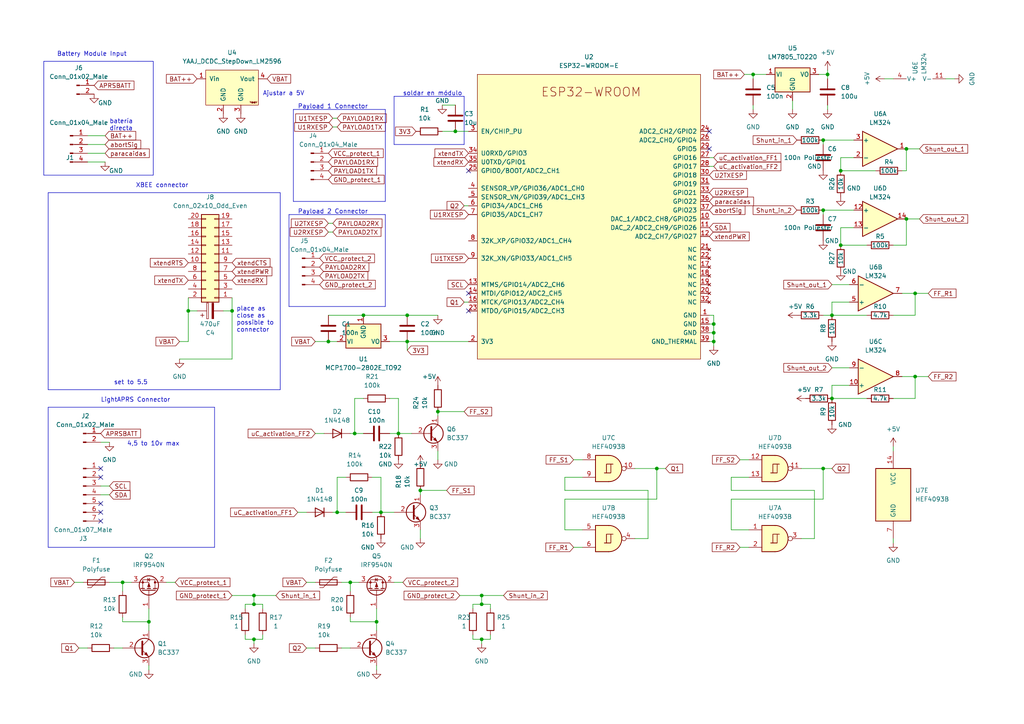
<source format=kicad_sch>
(kicad_sch (version 20230121) (generator eeschema)
  (paper "A4")
  (junction (at 127 119.38))
  (junction (at 110.49 148.59))
  (junction (at 240.03 21.59))
  (junction (at 139.7 185.42))
  (junction (at 73.66 175.26))
  (junction (at 132.08 38.1))
  (junction (at 115.57 125.73))
  (junction (at 73.66 185.42))
  (junction (at 207.01 93.98))
  (junction (at 118.11 99.06))
  (junction (at 265.43 109.22))
  (junction (at 241.3 91.44))
  (junction (at 101.6 168.91))
  (junction (at 243.84 71.12))
  (junction (at 238.76 60.96))
  (junction (at 95.25 99.06))
  (junction (at 243.84 49.53))
  (junction (at 139.7 172.72))
  (junction (at 265.43 85.09))
  (junction (at 218.44 21.59))
  (junction (at 238.76 40.64))
  (junction (at 262.89 63.5))
  (junction (at 97.79 148.59))
  (junction (at 241.3 115.57))
  (junction (at 105.41 91.44))
  (junction (at 121.92 142.24))
  (junction (at 190.5 135.89))
  (junction (at 238.76 135.89))
  (junction (at 102.87 125.73))
  (junction (at 139.7 175.26))
  (junction (at 118.11 91.44))
  (junction (at 207.01 96.52))
  (junction (at 35.56 168.91))
  (junction (at 67.31 90.17))
  (junction (at 73.66 172.72))
  (junction (at 262.89 43.18))
  (junction (at 54.61 90.17))
  (junction (at 109.22 180.34))
  (junction (at 207.01 99.06))
  (junction (at 43.18 180.34))
  (no_connect (at 29.21 138.43))
  (no_connect (at 29.21 151.13))
  (no_connect (at 29.21 148.59))
  (no_connect (at 29.21 146.05))
  (no_connect (at 135.89 49.53))
  (no_connect (at 135.89 85.09))
  (no_connect (at 135.89 90.17))
  (no_connect (at 205.74 38.1))
  (no_connect (at 205.74 43.18))
  (no_connect (at 29.21 135.89))
  (wire (pts (xy 215.9 21.59) (xy 218.44 21.59)))
  (polyline (pts (xy 62.23 158.75) (xy 62.23 118.11)))
  (wire (pts (xy 163.83 138.43) (xy 168.91 138.43)))
  (wire (pts (xy 262.89 43.18) (xy 262.89 49.53)))
  (wire (pts (xy 274.32 22.86) (xy 276.86 22.86)))
  (wire (pts (xy 212.09 142.24) (xy 212.09 138.43)))
  (wire (pts (xy 71.12 175.26) (xy 73.66 175.26)))
  (wire (pts (xy 76.2 176.53) (xy 76.2 175.26)))
  (wire (pts (xy 139.7 175.26) (xy 142.24 175.26)))
  (wire (pts (xy 207.01 99.06) (xy 207.01 100.33)))
  (wire (pts (xy 121.92 153.67) (xy 121.92 156.21)))
  (wire (pts (xy 113.03 125.73) (xy 115.57 125.73)))
  (wire (pts (xy 128.27 38.1) (xy 132.08 38.1)))
  (wire (pts (xy 187.96 142.24) (xy 163.83 142.24)))
  (wire (pts (xy 246.38 87.63) (xy 241.3 87.63)))
  (wire (pts (xy 101.6 168.91) (xy 101.6 171.45)))
  (wire (pts (xy 95.25 64.77) (xy 96.52 64.77)))
  (wire (pts (xy 73.66 175.26) (xy 76.2 175.26)))
  (wire (pts (xy 101.6 179.07) (xy 101.6 180.34)))
  (wire (pts (xy 241.3 82.55) (xy 246.38 82.55)))
  (wire (pts (xy 88.9 168.91) (xy 91.44 168.91)))
  (wire (pts (xy 139.7 172.72) (xy 139.7 175.26)))
  (wire (pts (xy 238.76 40.64) (xy 238.76 41.91)))
  (wire (pts (xy 121.92 142.24) (xy 129.54 142.24)))
  (wire (pts (xy 91.44 99.06) (xy 95.25 99.06)))
  (wire (pts (xy 205.74 91.44) (xy 207.01 91.44)))
  (wire (pts (xy 102.87 115.57) (xy 102.87 125.73)))
  (wire (pts (xy 265.43 85.09) (xy 261.62 85.09)))
  (wire (pts (xy 163.83 153.67) (xy 168.91 153.67)))
  (wire (pts (xy 25.4 44.45) (xy 30.48 44.45)))
  (wire (pts (xy 127 130.81) (xy 127 133.35)))
  (wire (pts (xy 142.24 176.53) (xy 142.24 175.26)))
  (wire (pts (xy 238.76 144.78) (xy 212.09 144.78)))
  (polyline (pts (xy 13.97 118.11) (xy 62.23 118.11)))
  (wire (pts (xy 43.18 193.04) (xy 43.18 194.31)))
  (wire (pts (xy 262.89 63.5) (xy 266.7 63.5)))
  (wire (pts (xy 113.03 115.57) (xy 115.57 115.57)))
  (wire (pts (xy 35.56 179.07) (xy 35.56 180.34)))
  (wire (pts (xy 137.16 184.15) (xy 137.16 185.42)))
  (wire (pts (xy 52.07 104.14) (xy 67.31 104.14)))
  (wire (pts (xy 205.74 99.06) (xy 207.01 99.06)))
  (polyline (pts (xy 44.45 50.8) (xy 12.7 50.8)))
  (wire (pts (xy 96.52 36.83) (xy 97.79 36.83)))
  (polyline (pts (xy 114.3 27.94) (xy 134.62 27.94)))
  (wire (pts (xy 25.4 39.37) (xy 30.48 39.37)))
  (wire (pts (xy 241.3 106.68) (xy 246.38 106.68)))
  (wire (pts (xy 22.86 187.96) (xy 25.4 187.96)))
  (wire (pts (xy 243.84 66.04) (xy 247.65 66.04)))
  (wire (pts (xy 134.62 87.63) (xy 135.89 87.63)))
  (wire (pts (xy 243.84 45.72) (xy 247.65 45.72)))
  (wire (pts (xy 265.43 85.09) (xy 269.24 85.09)))
  (wire (pts (xy 38.1 168.91) (xy 35.56 168.91)))
  (wire (pts (xy 67.31 86.36) (xy 67.31 90.17)))
  (wire (pts (xy 207.01 91.44) (xy 207.01 93.98)))
  (wire (pts (xy 205.74 48.26) (xy 207.01 48.26)))
  (wire (pts (xy 238.76 91.44) (xy 241.3 91.44)))
  (wire (pts (xy 205.74 45.72) (xy 207.01 45.72)))
  (polyline (pts (xy 114.3 41.91) (xy 114.3 27.94)))
  (wire (pts (xy 97.79 148.59) (xy 100.33 148.59)))
  (wire (pts (xy 163.83 144.78) (xy 163.83 153.67)))
  (wire (pts (xy 262.89 63.5) (xy 262.89 71.12)))
  (wire (pts (xy 43.18 176.53) (xy 43.18 180.34)))
  (wire (pts (xy 33.02 187.96) (xy 35.56 187.96)))
  (wire (pts (xy 104.14 168.91) (xy 101.6 168.91)))
  (wire (pts (xy 132.08 38.1) (xy 135.89 38.1)))
  (wire (pts (xy 95.25 67.31) (xy 96.52 67.31)))
  (polyline (pts (xy 44.45 50.8) (xy 44.45 48.26)))
  (wire (pts (xy 166.37 133.35) (xy 168.91 133.35)))
  (wire (pts (xy 91.44 125.73) (xy 93.98 125.73)))
  (wire (pts (xy 262.89 43.18) (xy 266.7 43.18)))
  (wire (pts (xy 184.15 135.89) (xy 190.5 135.89)))
  (wire (pts (xy 86.36 148.59) (xy 88.9 148.59)))
  (wire (pts (xy 184.15 156.21) (xy 187.96 156.21)))
  (wire (pts (xy 35.56 180.34) (xy 43.18 180.34)))
  (wire (pts (xy 118.11 99.06) (xy 135.89 99.06)))
  (wire (pts (xy 190.5 144.78) (xy 163.83 144.78)))
  (wire (pts (xy 133.35 172.72) (xy 139.7 172.72)))
  (wire (pts (xy 96.52 34.29) (xy 97.79 34.29)))
  (wire (pts (xy 101.6 125.73) (xy 102.87 125.73)))
  (wire (pts (xy 232.41 156.21) (xy 236.22 156.21)))
  (polyline (pts (xy 111.76 58.42) (xy 85.09 58.42)))
  (polyline (pts (xy 12.7 17.78) (xy 12.7 50.8)))
  (wire (pts (xy 21.59 168.91) (xy 24.13 168.91)))
  (polyline (pts (xy 13.97 55.88) (xy 81.28 55.88)))
  (wire (pts (xy 205.74 96.52) (xy 207.01 96.52)))
  (wire (pts (xy 241.3 87.63) (xy 241.3 91.44)))
  (wire (pts (xy 229.87 29.21) (xy 229.87 31.75)))
  (wire (pts (xy 25.4 41.91) (xy 30.48 41.91)))
  (wire (pts (xy 48.26 168.91) (xy 50.8 168.91)))
  (wire (pts (xy 43.18 180.34) (xy 43.18 182.88)))
  (wire (pts (xy 76.2 185.42) (xy 76.2 184.15)))
  (wire (pts (xy 236.22 156.21) (xy 236.22 142.24)))
  (wire (pts (xy 265.43 91.44) (xy 265.43 85.09)))
  (wire (pts (xy 115.57 115.57) (xy 115.57 125.73)))
  (wire (pts (xy 259.08 71.12) (xy 262.89 71.12)))
  (wire (pts (xy 101.6 180.34) (xy 109.22 180.34)))
  (wire (pts (xy 99.06 168.91) (xy 101.6 168.91)))
  (wire (pts (xy 237.49 21.59) (xy 240.03 21.59)))
  (wire (pts (xy 52.07 99.06) (xy 54.61 99.06)))
  (wire (pts (xy 73.66 172.72) (xy 80.01 172.72)))
  (wire (pts (xy 205.74 93.98) (xy 207.01 93.98)))
  (polyline (pts (xy 85.09 31.75) (xy 85.09 58.42)))
  (wire (pts (xy 73.66 172.72) (xy 73.66 175.26)))
  (wire (pts (xy 238.76 135.89) (xy 241.3 135.89)))
  (wire (pts (xy 95.25 99.06) (xy 97.79 99.06)))
  (wire (pts (xy 118.11 91.44) (xy 127 91.44)))
  (polyline (pts (xy 134.62 27.94) (xy 134.62 41.91)))
  (wire (pts (xy 29.21 140.97) (xy 31.75 140.97)))
  (wire (pts (xy 97.79 138.43) (xy 97.79 148.59)))
  (wire (pts (xy 212.09 138.43) (xy 217.17 138.43)))
  (wire (pts (xy 113.03 99.06) (xy 118.11 99.06)))
  (wire (pts (xy 236.22 142.24) (xy 212.09 142.24)))
  (wire (pts (xy 212.09 153.67) (xy 217.17 153.67)))
  (wire (pts (xy 71.12 176.53) (xy 71.12 175.26)))
  (wire (pts (xy 241.3 115.57) (xy 251.46 115.57)))
  (wire (pts (xy 95.25 91.44) (xy 105.41 91.44)))
  (polyline (pts (xy 40.005 17.78) (xy 44.45 17.78)))
  (wire (pts (xy 137.16 176.53) (xy 137.16 175.26)))
  (wire (pts (xy 71.12 184.15) (xy 71.12 185.42)))
  (wire (pts (xy 190.5 135.89) (xy 190.5 144.78)))
  (wire (pts (xy 241.3 91.44) (xy 251.46 91.44)))
  (wire (pts (xy 163.83 142.24) (xy 163.83 138.43)))
  (wire (pts (xy 243.84 49.53) (xy 254 49.53)))
  (wire (pts (xy 139.7 185.42) (xy 142.24 185.42)))
  (wire (pts (xy 73.66 185.42) (xy 73.66 186.69)))
  (wire (pts (xy 99.06 187.96) (xy 101.6 187.96)))
  (wire (pts (xy 256.54 22.86) (xy 259.08 22.86)))
  (wire (pts (xy 218.44 21.59) (xy 222.25 21.59)))
  (wire (pts (xy 109.22 193.04) (xy 109.22 194.31)))
  (wire (pts (xy 207.01 96.52) (xy 207.01 99.06)))
  (wire (pts (xy 134.62 59.69) (xy 135.89 59.69)))
  (wire (pts (xy 218.44 21.59) (xy 218.44 22.86)))
  (wire (pts (xy 139.7 172.72) (xy 146.05 172.72)))
  (wire (pts (xy 214.63 158.75) (xy 217.17 158.75)))
  (polyline (pts (xy 85.09 31.75) (xy 111.76 31.75)))
  (wire (pts (xy 240.03 30.48) (xy 240.03 31.75)))
  (polyline (pts (xy 13.97 55.88) (xy 13.97 113.03)))
  (polyline (pts (xy 13.97 118.11) (xy 13.97 158.75)))
  (wire (pts (xy 110.49 148.59) (xy 114.3 148.59)))
  (wire (pts (xy 265.43 109.22) (xy 261.62 109.22)))
  (wire (pts (xy 29.21 128.27) (xy 31.75 128.27)))
  (wire (pts (xy 121.92 142.24) (xy 121.92 143.51)))
  (wire (pts (xy 214.63 133.35) (xy 217.17 133.35)))
  (wire (pts (xy 115.57 125.73) (xy 119.38 125.73)))
  (wire (pts (xy 107.95 148.59) (xy 110.49 148.59)))
  (wire (pts (xy 114.3 168.91) (xy 116.84 168.91)))
  (wire (pts (xy 232.41 135.89) (xy 238.76 135.89)))
  (wire (pts (xy 127 119.38) (xy 127 120.65)))
  (wire (pts (xy 96.52 148.59) (xy 97.79 148.59)))
  (wire (pts (xy 73.66 185.42) (xy 76.2 185.42)))
  (wire (pts (xy 265.43 109.22) (xy 269.24 109.22)))
  (wire (pts (xy 71.12 185.42) (xy 73.66 185.42)))
  (wire (pts (xy 238.76 60.96) (xy 247.65 60.96)))
  (wire (pts (xy 218.44 30.48) (xy 218.44 31.75)))
  (wire (pts (xy 31.75 168.91) (xy 35.56 168.91)))
  (wire (pts (xy 246.38 111.76) (xy 241.3 111.76)))
  (wire (pts (xy 110.49 138.43) (xy 110.49 148.59)))
  (wire (pts (xy 261.62 49.53) (xy 262.89 49.53)))
  (wire (pts (xy 212.09 144.78) (xy 212.09 153.67)))
  (wire (pts (xy 240.03 20.32) (xy 240.03 21.59)))
  (wire (pts (xy 238.76 60.96) (xy 238.76 62.23)))
  (wire (pts (xy 190.5 135.89) (xy 193.04 135.89)))
  (wire (pts (xy 67.31 90.17) (xy 67.31 104.14)))
  (wire (pts (xy 259.08 129.54) (xy 259.08 130.81)))
  (wire (pts (xy 35.56 168.91) (xy 35.56 171.45)))
  (wire (pts (xy 127 119.38) (xy 134.62 119.38)))
  (wire (pts (xy 105.41 115.57) (xy 102.87 115.57)))
  (wire (pts (xy 207.01 93.98) (xy 207.01 96.52)))
  (wire (pts (xy 100.33 138.43) (xy 97.79 138.43)))
  (wire (pts (xy 142.24 185.42) (xy 142.24 184.15)))
  (wire (pts (xy 137.16 185.42) (xy 139.7 185.42)))
  (polyline (pts (xy 81.28 113.03) (xy 13.97 113.03)))
  (wire (pts (xy 64.77 90.17) (xy 67.31 90.17)))
  (polyline (pts (xy 12.7 17.78) (xy 40.005 17.78)))
  (wire (pts (xy 54.61 90.17) (xy 54.61 99.06)))
  (polyline (pts (xy 134.62 41.91) (xy 114.3 41.91)))
  (wire (pts (xy 105.41 91.44) (xy 118.11 91.44)))
  (wire (pts (xy 238.76 135.89) (xy 238.76 144.78)))
  (wire (pts (xy 243.84 71.12) (xy 251.46 71.12)))
  (wire (pts (xy 259.08 115.57) (xy 265.43 115.57)))
  (wire (pts (xy 109.22 180.34) (xy 109.22 182.88)))
  (wire (pts (xy 240.03 21.59) (xy 240.03 22.86)))
  (wire (pts (xy 238.76 40.64) (xy 247.65 40.64)))
  (wire (pts (xy 29.21 143.51) (xy 31.75 143.51)))
  (wire (pts (xy 259.08 91.44) (xy 265.43 91.44)))
  (wire (pts (xy 67.31 172.72) (xy 73.66 172.72)))
  (wire (pts (xy 102.87 125.73) (xy 105.41 125.73)))
  (wire (pts (xy 243.84 49.53) (xy 243.84 45.72)))
  (polyline (pts (xy 13.97 158.75) (xy 62.23 158.75)))
  (polyline (pts (xy 111.76 88.9) (xy 83.82 88.9)))
  (wire (pts (xy 118.11 99.06) (xy 118.11 101.6)))
  (polyline (pts (xy 111.76 62.23) (xy 111.76 88.9)))
  (polyline (pts (xy 81.28 55.88) (xy 81.28 113.03)))
  (wire (pts (xy 25.4 46.99) (xy 30.48 46.99)))
  (wire (pts (xy 54.61 90.17) (xy 57.15 90.17)))
  (wire (pts (xy 166.37 158.75) (xy 168.91 158.75)))
  (wire (pts (xy 139.7 185.42) (xy 139.7 186.69)))
  (wire (pts (xy 107.95 138.43) (xy 110.49 138.43)))
  (polyline (pts (xy 111.76 31.75) (xy 111.76 58.42)))
  (wire (pts (xy 187.96 156.21) (xy 187.96 142.24)))
  (wire (pts (xy 128.27 30.48) (xy 132.08 30.48)))
  (polyline (pts (xy 83.82 62.23) (xy 83.82 88.9)))
  (polyline (pts (xy 44.45 48.26) (xy 44.45 17.78)))
  (wire (pts (xy 88.9 187.96) (xy 91.44 187.96)))
  (wire (pts (xy 241.3 111.76) (xy 241.3 115.57)))
  (wire (pts (xy 259.08 156.21) (xy 259.08 157.48)))
  (wire (pts (xy 54.61 86.36) (xy 54.61 90.17)))
  (wire (pts (xy 109.22 176.53) (xy 109.22 180.34)))
  (wire (pts (xy 137.16 175.26) (xy 139.7 175.26)))
  (wire (pts (xy 265.43 115.57) (xy 265.43 109.22)))
  (wire (pts (xy 243.84 71.12) (xy 243.84 66.04)))
  (polyline (pts (xy 83.82 62.23) (xy 111.76 62.23)))
  (text "Payload 1 Connector" (at 86.36 31.75 0) (effects (font (size 1.27 1.27)) (justify left bottom)))
  (text "Battery Module Input" (at 16.51 16.51 0) (effects (font (size 1.27 1.27)) (justify left bottom)))
  (text "Ajustar a 5V\n" (at 76.2 27.94 0) (effects (font (size 1.27 1.27)) (justify left bottom)))
  (text "set to 5.5" (at 33.02 111.76 0) (effects (font (size 1.27 1.27)) (justify left bottom)))
  (text "4,5 to 10v max" (at 36.83 129.54 0) (effects (font (size 1.27 1.27)) (justify left bottom)))
  (text "XBEE connector" (at 39.37 54.61 0) (effects (font (size 1.27 1.27)) (justify left bottom)))
  (text "place as\nclose as\npossible to\nconnector" (at 68.58 96.52 0) (effects (font (size 1.27 1.27)) (justify left bottom)))
  (text "batería\ndirecta" (at 31.75 38.1 0) (effects (font (size 1.27 1.27)) (justify left bottom)))
  (text "soldar en módulo" (at 116.84 27.94 0) (effects (font (size 1.27 1.27)) (justify left bottom)))
  (text "Payload 2 Connector" (at 86.36 62.23 0) (effects (font (size 1.27 1.27)) (justify left bottom)))
  (text "LightAPRS Connector" (at 29.21 116.84 0) (effects (font (size 1.27 1.27)) (justify left bottom)))
  (global_label "Q2" (shape input) (at 88.9 187.96 180) (property "Intersheetrefs" "${INTERSHEET_REFS}" (effects hide)))
  (global_label "FF_R1" (shape input) (at 166.37 158.75 180) (property "Intersheetrefs" "${INTERSHEET_REFS}" (effects hide)))
  (global_label "xtendPWR" (shape input) (at 67.31 78.74 0) (property "Intersheetrefs" "${INTERSHEET_REFS}" (effects hide)))
  (global_label "BAT++" (shape input) (at 215.9 21.59 180) (property "Intersheetrefs" "${INTERSHEET_REFS}" (effects hide)))
  (global_label "APRSBATT" (shape input) (at 27.305 24.765 0) (property "Intersheetrefs" "${INTERSHEET_REFS}" (effects hide)))
  (global_label "SCL" (shape input) (at 135.89 82.55 180) (property "Intersheetrefs" "${INTERSHEET_REFS}" (effects hide)))
  (global_label "U1RXESP" (shape input) (at 96.52 36.83 180) (property "Intersheetrefs" "${INTERSHEET_REFS}" (effects hide)))
  (global_label "3V3" (shape input) (at 118.11 101.6 0) (property "Intersheetrefs" "${INTERSHEET_REFS}" (effects hide)))
  (global_label "U2RXESP" (shape input) (at 205.74 55.88 0) (property "Intersheetrefs" "${INTERSHEET_REFS}" (effects hide)))
  (global_label "FF_S2" (shape input) (at 214.63 133.35 180) (property "Intersheetrefs" "${INTERSHEET_REFS}" (effects hide)))
  (global_label "VCC_protect_1" (shape input) (at 50.8 168.91 0) (property "Intersheetrefs" "${INTERSHEET_REFS}" (effects hide)))
  (global_label "3V3" (shape input) (at 120.65 38.1 180) (property "Intersheetrefs" "${INTERSHEET_REFS}" (effects hide)))
  (global_label "uC_activation_FF2" (shape input) (at 207.01 48.26 0) (property "Intersheetrefs" "${INTERSHEET_REFS}" (effects hide)))
  (global_label "FF_S1" (shape input) (at 166.37 133.35 180) (property "Intersheetrefs" "${INTERSHEET_REFS}" (effects hide)))
  (global_label "uC_activation_FF1" (shape input) (at 86.36 148.59 180) (property "Intersheetrefs" "${INTERSHEET_REFS}" (effects hide)))
  (global_label "VCC_protect_2" (shape input) (at 116.84 168.91 0) (property "Intersheetrefs" "${INTERSHEET_REFS}" (effects hide)))
  (global_label "U2TXESP" (shape input) (at 205.74 50.8 0) (property "Intersheetrefs" "${INTERSHEET_REFS}" (effects hide)))
  (global_label "VCC_protect_1" (shape input) (at 95.25 44.45 0) (property "Intersheetrefs" "${INTERSHEET_REFS}" (effects hide)))
  (global_label "SDA" (shape input) (at 31.75 143.51 0) (property "Intersheetrefs" "${INTERSHEET_REFS}" (effects hide)))
  (global_label "paracaidas" (shape input) (at 30.48 44.45 0) (property "Intersheetrefs" "${INTERSHEET_REFS}" (effects hide)))
  (global_label "uC_activation_FF1" (shape input) (at 207.01 45.72 0) (property "Intersheetrefs" "${INTERSHEET_REFS}" (effects hide)))
  (global_label "GND_protect_2" (shape input) (at 92.71 82.55 0) (property "Intersheetrefs" "${INTERSHEET_REFS}" (effects hide)))
  (global_label "FF_R2" (shape input) (at 214.63 158.75 180) (property "Intersheetrefs" "${INTERSHEET_REFS}" (effects hide)))
  (global_label "PAYLOAD1RX" (shape input) (at 97.79 34.29 0) (property "Intersheetrefs" "${INTERSHEET_REFS}" (effects hide)))
  (global_label "xtendPWR" (shape input) (at 205.74 68.58 0) (property "Intersheetrefs" "${INTERSHEET_REFS}" (effects hide)))
  (global_label "GND_protect_2" (shape input) (at 133.35 172.72 180) (property "Intersheetrefs" "${INTERSHEET_REFS}" (effects hide)))
  (global_label "xtendTX" (shape input) (at 54.61 81.28 180) (property "Intersheetrefs" "${INTERSHEET_REFS}" (effects hide)))
  (global_label "VBAT" (shape input) (at 91.44 99.06 180) (property "Intersheetrefs" "${INTERSHEET_REFS}" (effects hide)))
  (global_label "Q1" (shape input) (at 22.86 187.96 180) (property "Intersheetrefs" "${INTERSHEET_REFS}" (effects hide)))
  (global_label "Q2" (shape input) (at 241.3 135.89 0) (property "Intersheetrefs" "${INTERSHEET_REFS}" (effects hide)))
  (global_label "Shunt_in_2" (shape input) (at 146.05 172.72 0) (property "Intersheetrefs" "${INTERSHEET_REFS}" (effects hide)))
  (global_label "BAT++" (shape input) (at 57.15 22.86 180) (property "Intersheetrefs" "${INTERSHEET_REFS}" (effects hide)))
  (global_label "uC_activation_FF2" (shape input) (at 91.44 125.73 180) (property "Intersheetrefs" "${INTERSHEET_REFS}" (effects hide)))
  (global_label "FF_R2" (shape input) (at 269.24 109.22 0) (property "Intersheetrefs" "${INTERSHEET_REFS}" (effects hide)))
  (global_label "Shunt_in_2" (shape input) (at 231.14 60.96 180) (property "Intersheetrefs" "${INTERSHEET_REFS}" (effects hide)))
  (global_label "PAYLOAD1TX" (shape input) (at 95.25 49.53 0) (property "Intersheetrefs" "${INTERSHEET_REFS}" (effects hide)))
  (global_label "SCL" (shape input) (at 31.75 140.97 0) (property "Intersheetrefs" "${INTERSHEET_REFS}" (effects hide)))
  (global_label "GND_protect_1" (shape input) (at 67.31 172.72 180) (property "Intersheetrefs" "${INTERSHEET_REFS}" (effects hide)))
  (global_label "VBAT" (shape input) (at 21.59 168.91 180) (property "Intersheetrefs" "${INTERSHEET_REFS}" (effects hide)))
  (global_label "abortSig" (shape input) (at 30.48 41.91 0) (property "Intersheetrefs" "${INTERSHEET_REFS}" (effects hide)))
  (global_label "PAYLOAD1TX" (shape input) (at 97.79 36.83 0) (property "Intersheetrefs" "${INTERSHEET_REFS}" (effects hide)))
  (global_label "abortSig" (shape input) (at 205.74 60.96 0) (property "Intersheetrefs" "${INTERSHEET_REFS}" (effects hide)))
  (global_label "Q1" (shape input) (at 193.04 135.89 0) (property "Intersheetrefs" "${INTERSHEET_REFS}" (effects hide)))
  (global_label "VCC_protect_2" (shape input) (at 92.71 74.93 0) (property "Intersheetrefs" "${INTERSHEET_REFS}" (effects hide)))
  (global_label "U1RXESP" (shape input) (at 135.89 62.23 180) (property "Intersheetrefs" "${INTERSHEET_REFS}" (effects hide)))
  (global_label "U2RXESP" (shape input) (at 95.25 67.31 180) (property "Intersheetrefs" "${INTERSHEET_REFS}" (effects hide)))
  (global_label "xtendRX" (shape input) (at 135.89 46.99 180) (property "Intersheetrefs" "${INTERSHEET_REFS}" (effects hide)))
  (global_label "Shunt_out_1" (shape input) (at 241.3 82.55 180) (property "Intersheetrefs" "${INTERSHEET_REFS}" (effects hide)))
  (global_label "PAYLOAD1RX" (shape input) (at 95.25 46.99 0) (property "Intersheetrefs" "${INTERSHEET_REFS}" (effects hide)))
  (global_label "U1TXESP" (shape input) (at 96.52 34.29 180) (property "Intersheetrefs" "${INTERSHEET_REFS}" (effects hide)))
  (global_label "xtendTX" (shape input) (at 135.89 44.45 180) (property "Intersheetrefs" "${INTERSHEET_REFS}" (effects hide)))
  (global_label "Shunt_out_1" (shape input) (at 266.7 43.18 0) (property "Intersheetrefs" "${INTERSHEET_REFS}" (effects hide)))
  (global_label "paracaidas" (shape input) (at 205.74 58.42 0) (property "Intersheetrefs" "${INTERSHEET_REFS}" (effects hide)))
  (global_label "Shunt_in_1" (shape input) (at 231.14 40.64 180) (property "Intersheetrefs" "${INTERSHEET_REFS}" (effects hide)))
  (global_label "Shunt_out_2" (shape input) (at 266.7 63.5 0) (property "Intersheetrefs" "${INTERSHEET_REFS}" (effects hide)))
  (global_label "U1TXESP" (shape input) (at 135.89 74.93 180) (property "Intersheetrefs" "${INTERSHEET_REFS}" (effects hide)))
  (global_label "FF_R1" (shape input) (at 269.24 85.09 0) (property "Intersheetrefs" "${INTERSHEET_REFS}" (effects hide)))
  (global_label "PAYLOAD2TX" (shape input) (at 92.71 80.01 0) (property "Intersheetrefs" "${INTERSHEET_REFS}" (effects hide)))
  (global_label "U2TXESP" (shape input) (at 95.25 64.77 180) (property "Intersheetrefs" "${INTERSHEET_REFS}" (effects hide)))
  (global_label "FF_S2" (shape input) (at 134.62 119.38 0) (property "Intersheetrefs" "${INTERSHEET_REFS}" (effects hide)))
  (global_label "xtendRTS" (shape input) (at 54.61 76.2 180) (property "Intersheetrefs" "${INTERSHEET_REFS}" (effects hide)))
  (global_label "BAT++" (shape input) (at 30.48 39.37 0) (property "Intersheetrefs" "${INTERSHEET_REFS}" (effects hide)))
  (global_label "Shunt_in_1" (shape input) (at 80.01 172.72 0) (property "Intersheetrefs" "${INTERSHEET_REFS}" (effects hide)))
  (global_label "SDA" (shape input) (at 205.74 66.04 0) (property "Intersheetrefs" "${INTERSHEET_REFS}" (effects hide)))
  (global_label "VBAT" (shape input) (at 88.9 168.91 180) (property "Intersheetrefs" "${INTERSHEET_REFS}" (effects hide)))
  (global_label "Q1" (shape input) (at 134.62 87.63 180) (property "Intersheetrefs" "${INTERSHEET_REFS}" (effects hide)))
  (global_label "VBAT" (shape input) (at 52.07 99.06 180) (property "Intersheetrefs" "${INTERSHEET_REFS}" (effects hide)))
  (global_label "PAYLOAD2TX" (shape input) (at 96.52 67.31 0) (property "Intersheetrefs" "${INTERSHEET_REFS}" (effects hide)))
  (global_label "FF_S1" (shape input) (at 129.54 142.24 0) (property "Intersheetrefs" "${INTERSHEET_REFS}" (effects hide)))
  (global_label "VBAT" (shape input) (at 77.47 22.86 0) (property "Intersheetrefs" "${INTERSHEET_REFS}" (effects hide)))
  (global_label "Shunt_out_2" (shape input) (at 241.3 106.68 180) (property "Intersheetrefs" "${INTERSHEET_REFS}" (effects hide)))
  (global_label "GND_protect_1" (shape input) (at 95.25 52.07 0) (property "Intersheetrefs" "${INTERSHEET_REFS}" (effects hide)))
  (global_label "APRSBATT" (shape input) (at 29.21 125.73 0) (property "Intersheetrefs" "${INTERSHEET_REFS}" (effects hide)))
  (global_label "xtendRX" (shape input) (at 67.31 81.28 0) (property "Intersheetrefs" "${INTERSHEET_REFS}" (effects hide)))
  (global_label "xtendCTS" (shape input) (at 67.31 76.2 0) (property "Intersheetrefs" "${INTERSHEET_REFS}" (effects hide)))
  (global_label "PAYLOAD2RX" (shape input) (at 92.71 77.47 0) (property "Intersheetrefs" "${INTERSHEET_REFS}" (effects hide)))
  (global_label "PAYLOAD2RX" (shape input) (at 96.52 64.77 0) (property "Intersheetrefs" "${INTERSHEET_REFS}" (effects hide)))
  (global_label "Q2" (shape input) (at 134.62 59.69 180) (property "Intersheetrefs" "${INTERSHEET_REFS}" (effects hide)))
  (symbol (lib_id "Device:R") (at 142.24 180.34 0) (unit 1)
    (property "Reference" "R25" (at 146.05 179.07 0))
    (property "Value" "1" (at 146.05 181.61 0))
    (property "Footprint" "Resistor_THT:R_Axial_DIN0207_L6.3mm_D2.5mm_P7.62mm_Horizontal" (effects hide))
  )
  (symbol (lib_id "power:GND") (at 127 133.35 0) (unit 1)
    (property "Reference" "#PWR0105" (effects hide))
    (property "Value" "GND" (at 130.81 134.62 0))
  )
  (symbol (lib_id "Device:R") (at 104.14 138.43 90) (unit 1)
    (property "Reference" "R14" (at 102.87 132.08 90))
    (property "Value" "100k" (at 102.87 134.62 90))
    (property "Footprint" "Resistor_THT:R_Axial_DIN0207_L6.3mm_D2.5mm_P7.62mm_Horizontal" (effects hide))
  )
  (symbol (lib_id "power:+5V") (at 121.92 134.62 0) (unit 1)
    (property "Reference" "#PWR0125" (effects hide))
    (property "Value" "+5V" (at 121.92 134.62 0))
  )
  (symbol (lib_id "Device:R") (at 35.56 175.26 180) (unit 1)
    (property "Reference" "R13" (at 31.75 173.99 0))
    (property "Value" "10k" (at 31.75 176.53 0))
    (property "Footprint" "Resistor_THT:R_Axial_DIN0207_L6.3mm_D2.5mm_P7.62mm_Horizontal" (effects hide))
  )
  (symbol (lib_id "Device:R") (at 234.95 40.64 90) (unit 1)
    (property "Reference" "R2" (at 234.95 38.1 90))
    (property "Value" "100k" (at 234.95 40.64 90))
    (property "Footprint" "Resistor_THT:R_Axial_DIN0207_L6.3mm_D2.5mm_P7.62mm_Horizontal" (effects hide))
  )
  (symbol (lib_id "power:GND") (at 109.22 194.31 0) (unit 1)
    (property "Reference" "#PWR0130" (effects hide))
    (property "Value" "GND" (at 105.41 195.58 0))
  )
  (symbol (lib_id "Device:R") (at 241.3 119.38 180) (unit 1)
    (property "Reference" "R9" (at 238.76 119.38 90))
    (property "Value" "10k" (at 241.3 119.38 90))
    (property "Footprint" "Resistor_THT:R_Axial_DIN0207_L6.3mm_D2.5mm_P7.62mm_Horizontal" (effects hide))
  )
  (symbol (lib_id "Device:C_Polarized") (at 60.96 90.17 90) (unit 1)
    (property "Reference" "C4" (at 60.96 96.52 90))
    (property "Value" "470uF" (at 60.96 93.98 90))
    (property "Footprint" "Capacitor_THT:CP_Radial_D8.0mm_P3.80mm" (effects hide))
  )
  (symbol (lib_id "power:GND") (at 110.49 156.21 0) (unit 1)
    (property "Reference" "#PWR0123" (effects hide))
    (property "Value" "GND" (at 106.68 158.75 0))
  )
  (symbol (lib_id "Device:R") (at 234.95 60.96 90) (unit 1)
    (property "Reference" "R3" (at 234.95 58.42 90))
    (property "Value" "100k" (at 234.95 60.96 90))
    (property "Footprint" "Resistor_THT:R_Axial_DIN0207_L6.3mm_D2.5mm_P7.62mm_Horizontal" (effects hide))
  )
  (symbol (lib_id "power:GND") (at 64.77 33.02 0) (unit 1)
    (property "Reference" "#PWR0108" (effects hide))
    (property "Value" "GND" (at 64.77 38.1 0))
  )
  (symbol (lib_id "Device:R") (at 109.22 115.57 90) (unit 1)
    (property "Reference" "R21" (at 107.95 109.22 90))
    (property "Value" "100k" (at 107.95 111.76 90))
    (property "Footprint" "Resistor_THT:R_Axial_DIN0207_L6.3mm_D2.5mm_P7.62mm_Horizontal" (effects hide))
  )
  (symbol (lib_id "Amplifier_Operational:LM324") (at 255.27 43.18 0) (unit 1)
    (property "Reference" "U6" (at 255.27 33.02 0))
    (property "Value" "LM324" (at 255.27 35.56 0))
    (property "Footprint" "Package_DIP:DIP-14_W7.62mm" (effects hide))
    (property "Datasheet" "http://www.ti.com/lit/ds/symlink/lm2902-n.pdf" (effects hide))
  )
  (symbol (lib_id "Device:R") (at 255.27 115.57 90) (unit 1)
    (property "Reference" "R11" (at 255.27 113.03 90))
    (property "Value" "4.7k" (at 255.27 115.57 90))
    (property "Footprint" "Resistor_THT:R_Axial_DIN0207_L6.3mm_D2.5mm_P7.62mm_Horizontal" (effects hide))
  )
  (symbol (lib_id "Device:R") (at 71.12 180.34 180) (unit 1)
    (property "Reference" "R15" (at 68.58 179.07 0))
    (property "Value" "1" (at 68.58 181.61 0))
    (property "Footprint" "Resistor_THT:R_Axial_DIN0207_L6.3mm_D2.5mm_P7.62mm_Horizontal" (effects hide))
  )
  (symbol (lib_id "Device:Polyfuse") (at 95.25 168.91 90) (unit 1)
    (property "Reference" "F2" (at 95.25 162.56 90))
    (property "Value" "Polyfuse" (at 95.25 165.1 90))
    (property "Footprint" "Resistor_THT:R_Axial_DIN0207_L6.3mm_D2.5mm_P5.08mm_Vertical" (effects hide))
  )
  (symbol (lib_id "Transistor_BJT:BC337") (at 119.38 148.59 0) (unit 1)
    (property "Reference" "Q3" (at 124.46 147.3199 0) (effects (justify left)))
    (property "Value" "BC337" (at 124.46 149.8599 0) (effects (justify left)))
    (property "Footprint" "Package_TO_SOT_THT:TO-92_Inline_Wide" (effects hide))
    (property "Datasheet" "https://diotec.com/tl_files/diotec/files/pdf/datasheets/bc337.pdf" (effects hide))
  )
  (symbol (lib_id "Connector:Conn_01x04_Male") (at 20.32 41.91 0) (unit 1)
    (property "Reference" "J1" (at 20.32 45.72 0))
    (property "Value" "Conn_01x04_Male" (at 22.86 35.56 0))
    (property "Footprint" "Connector_Molex:Molex_KK-254_AE-6410-04A_1x04_P2.54mm_Vertical" (effects hide))
  )
  (symbol (lib_id "power:GND") (at 73.66 186.69 0) (unit 1)
    (property "Reference" "#PWR0126" (effects hide))
    (property "Value" "GND" (at 73.66 191.77 0))
  )
  (symbol (lib_id "Connector:Conn_01x04_Male") (at 90.17 46.99 0) (unit 1)
    (property "Reference" "J4" (at 90.805 39.37 0))
    (property "Value" "Conn_01x04_Male" (at 95.25 41.91 0))
    (property "Footprint" "Connector_Molex:Molex_KK-254_AE-6410-04A_1x04_P2.54mm_Vertical" (effects hide))
  )
  (symbol (lib_id "power:GND") (at 241.3 123.19 0) (unit 1)
    (property "Reference" "#PWR0116" (effects hide))
    (property "Value" "GND" (at 245.11 123.19 0))
  )
  (symbol (lib_id "Connector:Conn_01x07_Male") (at 24.13 143.51 0) (unit 1)
    (property "Reference" "J3" (at 24.13 156.21 0))
    (property "Value" "Conn_01x07_Male" (at 24.13 153.67 0))
    (property "Footprint" "Connector_PinHeader_2.54mm:PinHeader_1x07_P2.54mm_Horizontal" (effects hide))
  )
  (symbol (lib_id "Device:R") (at 95.25 187.96 90) (unit 1)
    (property "Reference" "R19" (at 93.98 181.61 90))
    (property "Value" "10k" (at 93.98 184.15 90))
    (property "Footprint" "Resistor_THT:R_Axial_DIN0207_L6.3mm_D2.5mm_P7.62mm_Horizontal" (effects hide))
  )
  (symbol (lib_id "Device:C") (at 104.14 148.59 90) (unit 1)
    (property "Reference" "C9" (at 105.41 142.24 90) (effects (justify left)))
    (property "Value" "100n" (at 106.68 144.78 90) (effects (justify left)))
    (property "Footprint" "Capacitor_THT:C_Disc_D3.4mm_W2.1mm_P2.50mm" (effects hide))
  )
  (symbol (lib_id "4xxx:HEF4093B") (at 224.79 135.89 0) (unit 4)
    (property "Reference" "U7" (at 224.79 127 0))
    (property "Value" "HEF4093B" (at 224.79 129.54 0))
    (property "Footprint" "Package_DIP:DIP-14_W7.62mm" (effects hide))
    (property "Datasheet" "https://assets.nexperia.com/documents/data-sheet/HEF4093B.pdf" (effects hide))
  )
  (symbol (lib_id "power:GND") (at 243.84 78.74 0) (unit 1)
    (property "Reference" "#PWR0135" (effects hide))
    (property "Value" "GND" (at 246.38 78.74 0))
  )
  (symbol (lib_id "lm2596:YAAJ_DCDC_StepDown_LM2596") (at 67.31 25.4 0) (unit 1)
    (property "Reference" "U4" (at 67.31 15.24 0))
    (property "Value" "YAAJ_DCDC_StepDown_LM2596" (at 67.31 17.78 0))
    (property "Footprint" "lm2596:DC_DC_LM2596_small" (effects hide))
  )
  (symbol (lib_id "Device:R") (at 110.49 152.4 180) (unit 1)
    (property "Reference" "R16" (at 106.68 152.4 0))
    (property "Value" "10k" (at 106.68 154.94 0))
    (property "Footprint" "Resistor_THT:R_Axial_DIN0207_L6.3mm_D2.5mm_P7.62mm_Horizontal" (effects hide))
  )
  (symbol (lib_id "power:+5V") (at 231.14 91.44 90) (unit 1)
    (property "Reference" "#PWR0113" (effects hide))
    (property "Value" "+5V" (at 228.6 88.9 90) (effects (justify right)))
  )
  (symbol (lib_id "4xxx:HEF4093B") (at 176.53 156.21 0) (unit 2)
    (property "Reference" "U7" (at 176.53 147.32 0))
    (property "Value" "HEF4093B" (at 176.53 149.86 0))
    (property "Footprint" "Package_DIP:DIP-14_W7.62mm" (effects hide))
    (property "Datasheet" "https://assets.nexperia.com/documents/data-sheet/HEF4093B.pdf" (effects hide))
  )
  (symbol (lib_id "power:GND") (at 43.18 194.31 0) (unit 1)
    (property "Reference" "#PWR0127" (effects hide))
    (property "Value" "GND" (at 39.37 195.58 0))
  )
  (symbol (lib_id "Connector:Conn_01x04_Male") (at 87.63 77.47 0) (unit 1)
    (property "Reference" "J5" (at 88.265 69.85 0))
    (property "Value" "Conn_01x04_Male" (at 92.71 72.39 0))
    (property "Footprint" "Connector_Molex:Molex_KK-254_AE-6410-04A_1x04_P2.54mm_Vertical" (effects hide))
  )
  (symbol (lib_id "power:GND") (at 259.08 157.48 0) (unit 1)
    (property "Reference" "#PWR0122" (effects hide))
    (property "Value" "GND" (at 259.08 162.56 0))
  )
  (symbol (lib_id "power:GND") (at 52.07 104.14 0) (unit 1)
    (property "Reference" "#PWR0110" (effects hide))
    (property "Value" "GND" (at 52.07 109.22 0))
  )
  (symbol (lib_id "power:GND") (at 121.92 156.21 0) (unit 1)
    (property "Reference" "#PWR0124" (effects hide))
    (property "Value" "GND" (at 118.11 158.75 0))
  )
  (symbol (lib_id "power:+5V") (at 127 111.76 0) (unit 1)
    (property "Reference" "#PWR0106" (effects hide))
    (property "Value" "+5V" (at 124.46 109.22 0))
  )
  (symbol (lib_id "Device:R") (at 137.16 180.34 180) (unit 1)
    (property "Reference" "R23" (at 134.62 179.07 0))
    (property "Value" "1" (at 134.62 181.61 0))
    (property "Footprint" "Resistor_THT:R_Axial_DIN0207_L6.3mm_D2.5mm_P7.62mm_Horizontal" (effects hide))
  )
  (symbol (lib_id "Device:R") (at 237.49 115.57 90) (unit 1)
    (property "Reference" "R7" (at 237.49 113.03 90))
    (property "Value" "3.3k" (at 237.49 115.57 90))
    (property "Footprint" "Resistor_THT:R_Axial_DIN0207_L6.3mm_D2.5mm_P7.62mm_Horizontal" (effects hide))
  )
  (symbol (lib_id "Device:R") (at 234.95 91.44 90) (unit 1)
    (property "Reference" "R6" (at 234.95 88.9 90))
    (property "Value" "3.3k" (at 234.95 91.44 90))
    (property "Footprint" "Resistor_THT:R_Axial_DIN0207_L6.3mm_D2.5mm_P7.62mm_Horizontal" (effects hide))
  )
  (symbol (lib_id "Device:R") (at 121.92 138.43 180) (unit 1)
    (property "Reference" "R18" (at 115.57 139.7 90))
    (property "Value" "10k" (at 118.11 139.7 90))
    (property "Footprint" "Resistor_THT:R_Axial_DIN0207_L6.3mm_D2.5mm_P7.62mm_Horizontal" (effects hide))
  )
  (symbol (lib_id "power:GND") (at 69.85 33.02 0) (unit 1)
    (property "Reference" "#PWR0109" (effects hide))
    (property "Value" "GND" (at 69.85 38.1 0))
  )
  (symbol (lib_id "Transistor_FET:IRF9540N") (at 43.18 171.45 270) (mirror x) (unit 1)
    (property "Reference" "Q2" (at 43.18 161.29 90))
    (property "Value" "IRF9540N" (at 43.18 163.83 90))
    (property "Footprint" "Package_TO_SOT_THT:TO-220-3_Vertical" (effects hide))
    (property "Datasheet" "http://www.irf.com/product-info/datasheets/data/irf9540n.pdf" (effects hide))
  )
  (symbol (lib_id "Device:C") (at 238.76 66.04 0) (unit 1)
    (property "Reference" "C7" (at 240.03 63.5 0) (effects (justify left)))
    (property "Value" "100n Poliester" (at 227.33 66.04 0) (effects (justify left)))
    (property "Footprint" "Capacitor_THT:C_Disc_D3.4mm_W2.1mm_P2.50mm" (effects hide))
  )
  (symbol (lib_id "4xxx:HEF4093B") (at 259.08 143.51 0) (unit 5)
    (property "Reference" "U7" (at 265.43 142.2399 0) (effects (justify left)))
    (property "Value" "HEF4093B" (at 265.43 144.7799 0) (effects (justify left)))
    (property "Footprint" "Package_DIP:DIP-14_W7.62mm" (effects hide))
    (property "Datasheet" "https://assets.nexperia.com/documents/data-sheet/HEF4093B.pdf" (effects hide))
  )
  (symbol (lib_id "Transistor_BJT:BC337") (at 106.68 187.96 0) (unit 1)
    (property "Reference" "Q4" (at 111.76 186.6899 0) (effects (justify left)))
    (property "Value" "BC337" (at 111.76 189.2299 0) (effects (justify left)))
    (property "Footprint" "Package_TO_SOT_THT:TO-92_Inline_Wide" (effects hide))
    (property "Datasheet" "https://diotec.com/tl_files/diotec/files/pdf/datasheets/bc337.pdf" (effects hide))
  )
  (symbol (lib_id "Device:C") (at 118.11 95.25 0) (unit 1)
    (property "Reference" "C2" (at 121.92 93.98 0) (effects (justify left)))
    (property "Value" "100n" (at 121.92 96.52 0) (effects (justify left)))
    (property "Footprint" "Capacitor_THT:C_Disc_D3.4mm_W2.1mm_P2.50mm" (effects hide))
  )
  (symbol (lib_id "power:GND") (at 31.75 128.27 0) (unit 1)
    (property "Reference" "#PWR0104" (effects hide))
    (property "Value" "GND" (at 31.75 133.35 0))
  )
  (symbol (lib_id "power:GND") (at 139.7 186.69 0) (unit 1)
    (property "Reference" "#PWR0129" (effects hide))
    (property "Value" "GND" (at 139.7 191.77 0))
  )
  (symbol (lib_id "Espressif:ESP32-WROOM-E") (at 170.18 63.5 0) (unit 1)
    (property "Reference" "U2" (at 170.815 16.51 0))
    (property "Value" "ESP32-WROOM-E" (at 170.815 19.05 0))
    (property "Footprint" "ESP32:esp32_breakout" (effects hide))
    (property "Datasheet" "https://www.espressif.com/sites/default/files/documentation/esp32-wroom-32e_esp32-wroom-32ue_datasheet_en.pdf" (effects hide))
  )
  (symbol (lib_id "Device:C") (at 218.44 26.67 0) (unit 1)
    (property "Reference" "C5" (at 222.25 25.4 0) (effects (justify left)))
    (property "Value" "100n" (at 222.25 27.94 0) (effects (justify left)))
    (property "Footprint" "Capacitor_THT:C_Disc_D3.4mm_W2.1mm_P2.50mm" (effects hide))
  )
  (symbol (lib_id "Amplifier_Operational:LM324") (at 266.7 20.32 90) (unit 5)
    (property "Reference" "U6" (at 265.4299 21.59 0) (effects (justify left)))
    (property "Value" "LM324" (at 267.9699 21.59 0) (effects (justify left)))
    (property "Footprint" "Package_DIP:DIP-14_W7.62mm" (effects hide))
    (property "Datasheet" "http://www.ti.com/lit/ds/symlink/lm2902-n.pdf" (effects hide))
  )
  (symbol (lib_id "Amplifier_Operational:LM324") (at 254 85.09 0) (mirror x) (unit 2)
    (property "Reference" "U6" (at 254 77.47 0))
    (property "Value" "LM324" (at 254 80.01 0))
    (property "Footprint" "Package_DIP:DIP-14_W7.62mm" (effects hide))
    (property "Datasheet" "http://www.ti.com/lit/ds/symlink/lm2902-n.pdf" (effects hide))
  )
  (symbol (lib_id "Connector:Conn_01x02_Male") (at 24.13 125.73 0) (unit 1)
    (property "Reference" "J2" (at 24.765 120.65 0))
    (property "Value" "Conn_01x02_Male" (at 24.765 123.19 0))
    (property "Footprint" "Connector_PinHeader_2.54mm:PinHeader_1x02_P2.54mm_Horizontal" (effects hide))
  )
  (symbol (lib_id "power:+5V") (at 240.03 20.32 0) (unit 1)
    (property "Reference" "#PWR0121" (effects hide))
    (property "Value" "+5V" (at 240.03 15.24 0))
  )
  (symbol (lib_id "Device:R") (at 255.27 71.12 90) (unit 1)
    (property "Reference" "R5" (at 255.27 68.58 90))
    (property "Value" "100k" (at 255.27 71.12 90))
    (property "Footprint" "Resistor_THT:R_Axial_DIN0207_L6.3mm_D2.5mm_P7.62mm_Horizontal" (effects hide))
  )
  (symbol (lib_id "Device:R") (at 255.27 91.44 90) (unit 1)
    (property "Reference" "R10" (at 255.27 88.9 90))
    (property "Value" "4.7k" (at 255.27 91.44 90))
    (property "Footprint" "Resistor_THT:R_Axial_DIN0207_L6.3mm_D2.5mm_P7.62mm_Horizontal" (effects hide))
  )
  (symbol (lib_id "4xxx:HEF4093B") (at 224.79 156.21 0) (unit 1)
    (property "Reference" "U7" (at 224.79 147.32 0))
    (property "Value" "HEF4093B" (at 224.79 149.86 0))
    (property "Footprint" "Package_DIP:DIP-14_W7.62mm" (effects hide))
    (property "Datasheet" "https://assets.nexperia.com/documents/data-sheet/HEF4093B.pdf" (effects hide))
  )
  (symbol (lib_id "Device:C") (at 109.22 125.73 90) (unit 1)
    (property "Reference" "C10" (at 110.49 119.38 90) (effects (justify left)))
    (property "Value" "100n" (at 111.76 121.92 90) (effects (justify left)))
    (property "Footprint" "Capacitor_THT:C_Disc_D3.4mm_W2.1mm_P2.50mm" (effects hide))
  )
  (symbol (lib_id "power:GND") (at 238.76 49.53 0) (unit 1)
    (property "Reference" "#PWR0117" (effects hide))
    (property "Value" "GND" (at 236.22 48.26 0))
  )
  (symbol (lib_id "Amplifier_Operational:LM324") (at 255.27 63.5 0) (unit 4)
    (property "Reference" "U6" (at 255.27 54.61 0))
    (property "Value" "LM324" (at 255.27 57.15 0))
    (property "Footprint" "Package_DIP:DIP-14_W7.62mm" (effects hide))
    (property "Datasheet" "http://www.ti.com/lit/ds/symlink/lm2902-n.pdf" (effects hide))
  )
  (symbol (lib_id "Device:R") (at 115.57 129.54 180) (unit 1)
    (property "Reference" "R22" (at 111.76 129.54 0))
    (property "Value" "10k" (at 111.76 132.08 0))
    (property "Footprint" "Resistor_THT:R_Axial_DIN0207_L6.3mm_D2.5mm_P7.62mm_Horizontal" (effects hide))
  )
  (symbol (lib_id "power:GND") (at 27.305 27.305 0) (unit 1)
    (property "Reference" "#PWR0133" (effects hide))
    (property "Value" "GND" (at 30.48 29.845 0))
  )
  (symbol (lib_id "power:GND") (at 218.44 31.75 0) (unit 1)
    (property "Reference" "#PWR0118" (effects hide))
    (property "Value" "GND" (at 218.44 36.83 0))
  )
  (symbol (lib_id "Device:R") (at 243.84 53.34 180) (unit 1)
    (property "Reference" "R26" (at 241.3 53.34 90))
    (property "Value" "10k" (at 243.84 53.34 90))
    (property "Footprint" "Resistor_THT:R_Axial_DIN0207_L6.3mm_D2.5mm_P7.62mm_Horizontal" (effects hide))
  )
  (symbol (lib_id "Regulator_Linear:LM7805_TO220") (at 229.87 21.59 0) (unit 1)
    (property "Reference" "U5" (at 229.87 13.97 0))
    (property "Value" "LM7805_TO220" (at 229.87 16.51 0))
    (property "Footprint" "Package_TO_SOT_THT:TO-220-3_Vertical" (effects hide))
    (property "Datasheet" "https://www.onsemi.cn/PowerSolutions/document/MC7800-D.PDF" (effects hide))
  )
  (symbol (lib_id "Device:C") (at 132.08 34.29 0) (unit 1)
    (property "Reference" "C3" (at 134.62 33.02 0) (effects (justify left)))
    (property "Value" "10u" (at 134.62 35.56 0) (effects (justify left)))
    (property "Footprint" "Capacitor_THT:CP_Radial_D4.0mm_P2.00mm" (effects hide))
  )
  (symbol (lib_id "Connector:Conn_01x02_Male") (at 22.225 24.765 0) (unit 1)
    (property "Reference" "J6" (at 22.86 19.685 0))
    (property "Value" "Conn_01x02_Male" (at 22.86 22.225 0))
    (property "Footprint" "Connector_PinHeader_2.54mm:PinHeader_1x02_P2.54mm_Vertical" (effects hide))
  )
  (symbol (lib_id "power:GND") (at 238.76 69.85 0) (unit 1)
    (property "Reference" "#PWR0119" (effects hide))
    (property "Value" "GND" (at 241.3 69.85 0))
  )
  (symbol (lib_id "Regulator_Linear:MCP1700-2802E_TO92") (at 105.41 99.06 0) (unit 1)
    (property "Reference" "U1" (at 105.41 104.14 0))
    (property "Value" "MCP1700-2802E_TO92" (at 105.41 106.68 0))
    (property "Footprint" "Package_TO_SOT_THT:TO-92_Inline_Wide" (effects hide))
    (property "Datasheet" "http://ww1.microchip.com/downloads/en/DeviceDoc/20001826D.pdf" (effects hide))
  )
  (symbol (lib_id "Device:R") (at 241.3 95.25 180) (unit 1)
    (property "Reference" "R8" (at 238.76 95.25 90))
    (property "Value" "10k" (at 241.3 95.25 90))
    (property "Footprint" "Resistor_THT:R_Axial_DIN0207_L6.3mm_D2.5mm_P7.62mm_Horizontal" (effects hide))
  )
  (symbol (lib_id "Transistor_BJT:BC337") (at 124.46 125.73 0) (unit 1)
    (property "Reference" "Q6" (at 129.54 124.4599 0) (effects (justify left)))
    (property "Value" "BC337" (at 129.54 126.9999 0) (effects (justify left)))
    (property "Footprint" "Package_TO_SOT_THT:TO-92_Inline_Wide" (effects hide))
    (property "Datasheet" "https://diotec.com/tl_files/diotec/files/pdf/datasheets/bc337.pdf" (effects hide))
  )
  (symbol (lib_id "Device:R") (at 76.2 180.34 0) (unit 1)
    (property "Reference" "R17" (at 80.01 179.07 0))
    (property "Value" "1" (at 80.01 181.61 0))
    (property "Footprint" "Resistor_THT:R_Axial_DIN0207_L6.3mm_D2.5mm_P7.62mm_Horizontal" (effects hide))
  )
  (symbol (lib_id "power:GND") (at 240.03 31.75 0) (unit 1)
    (property "Reference" "#PWR0120" (effects hide))
    (property "Value" "GND" (at 240.03 36.83 0))
  )
  (symbol (lib_id "Device:R") (at 127 115.57 180) (unit 1)
    (property "Reference" "R24" (at 120.65 116.84 90))
    (property "Value" "10k" (at 123.19 116.84 90))
    (property "Footprint" "Resistor_THT:R_Axial_DIN0207_L6.3mm_D2.5mm_P7.62mm_Horizontal" (effects hide))
  )
  (symbol (lib_id "power:GND") (at 115.57 133.35 0) (unit 1)
    (property "Reference" "#PWR0128" (effects hide))
    (property "Value" "GND" (at 111.76 134.62 0))
  )
  (symbol (lib_id "Device:Polyfuse") (at 27.94 168.91 90) (unit 1)
    (property "Reference" "F1" (at 27.94 162.56 90))
    (property "Value" "Polyfuse" (at 27.94 165.1 90))
    (property "Footprint" "Resistor_THT:R_Axial_DIN0207_L6.3mm_D2.5mm_P5.08mm_Vertical" (effects hide))
  )
  (symbol (lib_id "power:GND") (at 229.87 31.75 0) (unit 1)
    (property "Reference" "#PWR0132" (effects hide))
    (property "Value" "GND" (at 229.87 36.83 0))
  )
  (symbol (lib_id "Device:R") (at 124.46 38.1 90) (unit 1)
    (property "Reference" "R1" (at 123.19 31.75 90))
    (property "Value" "10k" (at 123.19 34.29 90))
    (property "Footprint" "Resistor_THT:R_Axial_DIN0207_L6.3mm_D2.5mm_P7.62mm_Horizontal" (effects hide))
  )
  (symbol (lib_id "power:+5V") (at 233.68 115.57 90) (unit 1)
    (property "Reference" "#PWR0111" (effects hide))
    (property "Value" "+5V" (at 231.14 113.03 90) (effects (justify right)))
  )
  (symbol (lib_id "Device:R") (at 243.84 74.93 180) (unit 1)
    (property "Reference" "R27" (at 241.3 74.93 90))
    (property "Value" "10k" (at 243.84 74.93 90))
    (property "Footprint" "Resistor_THT:R_Axial_DIN0207_L6.3mm_D2.5mm_P7.62mm_Horizontal" (effects hide))
  )
  (symbol (lib_id "power:+5V") (at 256.54 22.86 90) (unit 1)
    (property "Reference" "#PWR0112" (effects hide))
    (property "Value" "+5V" (at 251.46 22.86 0))
  )
  (symbol (lib_id "4xxx:HEF4093B") (at 176.53 135.89 0) (unit 3)
    (property "Reference" "U7" (at 176.53 127 0))
    (property "Value" "HEF4093B" (at 176.53 129.54 0))
    (property "Footprint" "Package_DIP:DIP-14_W7.62mm" (effects hide))
    (property "Datasheet" "https://assets.nexperia.com/documents/data-sheet/HEF4093B.pdf" (effects hide))
  )
  (symbol (lib_id "power:GND") (at 207.01 100.33 0) (unit 1)
    (property "Reference" "#PWR0103" (effects hide))
    (property "Value" "GND" (at 207.01 105.41 0))
  )
  (symbol (lib_id "Device:R") (at 29.21 187.96 90) (unit 1)
    (property "Reference" "R12" (at 27.94 181.61 90))
    (property "Value" "10k" (at 27.94 184.15 90))
    (property "Footprint" "Resistor_THT:R_Axial_DIN0207_L6.3mm_D2.5mm_P7.62mm_Horizontal" (effects hide))
  )
  (symbol (lib_id "power:GND") (at 30.48 46.99 0) (unit 1)
    (property "Reference" "#PWR0101" (effects hide))
    (property "Value" "GND" (at 33.655 49.53 0))
  )
  (symbol (lib_id "Transistor_FET:IRF9540N") (at 109.22 171.45 270) (mirror x) (unit 1)
    (property "Reference" "Q5" (at 109.22 161.29 90))
    (property "Value" "IRF9540N" (at 109.22 163.83 90))
    (property "Footprint" "Package_TO_SOT_THT:TO-220-3_Vertical" (effects hide))
    (property "Datasheet" "http://www.irf.com/product-info/datasheets/data/irf9540n.pdf" (effects hide))
  )
  (symbol (lib_id "Diode:1N4148") (at 97.79 125.73 180) (unit 1)
    (property "Reference" "D2" (at 97.79 119.38 0))
    (property "Value" "1N4148" (at 97.79 121.92 0))
    (property "Footprint" "Diode_THT:D_DO-35_SOD27_P7.62mm_Horizontal" (effects hide))
    (property "Datasheet" "https://assets.nexperia.com/documents/data-sheet/1N4148_1N4448.pdf" (effects hide))
  )
  (symbol (lib_id "Device:C") (at 238.76 45.72 0) (unit 1)
    (property "Reference" "C6" (at 240.03 43.18 0) (effects (justify left)))
    (property "Value" "100n Poliester" (at 227.33 45.72 0) (effects (justify left)))
    (property "Footprint" "Capacitor_THT:C_Disc_D3.4mm_W2.1mm_P2.50mm" (effects hide))
  )
  (symbol (lib_id "power:GND") (at 243.84 57.15 0) (unit 1)
    (property "Reference" "#PWR0134" (effects hide))
    (property "Value" "GND" (at 247.65 54.61 0))
  )
  (symbol (lib_id "power:GND") (at 276.86 22.86 90) (unit 1)
    (property "Reference" "#PWR0114" (effects hide))
    (property "Value" "GND" (at 281.94 22.86 0))
  )
  (symbol (lib_id "power:GND") (at 241.3 99.06 0) (unit 1)
    (property "Reference" "#PWR0115" (effects hide))
    (property "Value" "GND" (at 241.3 104.14 0))
  )
  (symbol (lib_id "power:+5V") (at 259.08 129.54 0) (unit 1)
    (property "Reference" "#PWR0131" (effects hide))
    (property "Value" "+5V" (at 259.08 124.46 0))
  )
  (symbol (lib_id "power:GND") (at 127 91.44 0) (unit 1)
    (property "Reference" "#PWR0102" (effects hide))
    (property "Value" "GND" (at 127 96.52 0))
  )
  (symbol (lib_id "Amplifier_Operational:LM324") (at 254 109.22 0) (mirror x) (unit 3)
    (property "Reference" "U6" (at 254 99.06 0))
    (property "Value" "LM324" (at 254 101.6 0))
    (property "Footprint" "Package_DIP:DIP-14_W7.62mm" (effects hide))
    (property "Datasheet" "http://www.ti.com/lit/ds/symlink/lm2902-n.pdf" (effects hide))
  )
  (symbol (lib_id "Device:C") (at 240.03 26.67 0) (unit 1)
    (property "Reference" "C8" (at 243.84 25.4 0) (effects (justify left)))
    (property "Value" "100u" (at 243.84 27.94 0) (effects (justify left)))
    (property "Footprint" "Capacitor_THT:CP_Radial_D6.3mm_P2.50mm" (effects hide))
  )
  (symbol (lib_id "Device:R") (at 257.81 49.53 90) (unit 1)
    (property "Reference" "R4" (at 257.81 46.99 90))
    (property "Value" "100k" (at 257.81 49.53 90))
    (property "Footprint" "Resistor_THT:R_Axial_DIN0207_L6.3mm_D2.5mm_P7.62mm_Horizontal" (effects hide))
  )
  (symbol (lib_id "Device:R") (at 101.6 175.26 180) (unit 1)
    (property "Reference" "R20" (at 97.79 173.99 0))
    (property "Value" "10k" (at 97.79 176.53 0))
    (property "Footprint" "Resistor_THT:R_Axial_DIN0207_L6.3mm_D2.5mm_P7.62mm_Horizontal" (effects hide))
  )
  (symbol (lib_id "Diode:1N4148") (at 92.71 148.59 180) (unit 1)
    (property "Reference" "D1" (at 92.71 142.24 0))
    (property "Value" "1N4148" (at 92.71 144.78 0))
    (property "Footprint" "Diode_THT:D_DO-35_SOD27_P7.62mm_Horizontal" (effects hide))
    (property "Datasheet" "https://assets.nexperia.com/documents/data-sheet/1N4148_1N4448.pdf" (effects hide))
  )
  (symbol (lib_id "Transistor_BJT:BC337") (at 40.64 187.96 0) (unit 1)
    (property "Reference" "Q1" (at 45.72 186.6899 0) (effects (justify left)))
    (property "Value" "BC337" (at 45.72 189.2299 0) (effects (justify left)))
    (property "Footprint" "Package_TO_SOT_THT:TO-92_Inline_Wide" (effects hide))
    (property "Datasheet" "https://diotec.com/tl_files/diotec/files/pdf/datasheets/bc337.pdf" (effects hide))
  )
  (symbol (lib_id "Device:C") (at 95.25 95.25 0) (unit 1)
    (property "Reference" "C1" (at 99.06 93.98 0) (effects (justify left)))
    (property "Value" "100n" (at 99.06 96.52 0) (effects (justify left)))
    (property "Footprint" "Capacitor_THT:C_Disc_D3.4mm_W2.1mm_P2.50mm" (effects hide))
  )
  (symbol (lib_id "Connector_Generic:Conn_02x10_Odd_Even") (at 62.23 76.2 180) (unit 1)
    (property "Reference" "J8" (at 60.96 57.15 0))
    (property "Value" "Conn_02x10_Odd_Even" (at 60.96 59.69 0))
    (property "Footprint" "Connector_PinSocket_2.00mm:PinSocket_2x10_P2.00mm_Vertical" (effects hide))
  )
  (symbol (lib_id "power:GND") (at 128.27 30.48 0) (unit 1)
    (property "Reference" "#PWR0107" (effects hide))
    (property "Value" "GND" (at 128.27 29.21 0))
  )
)
</source>
